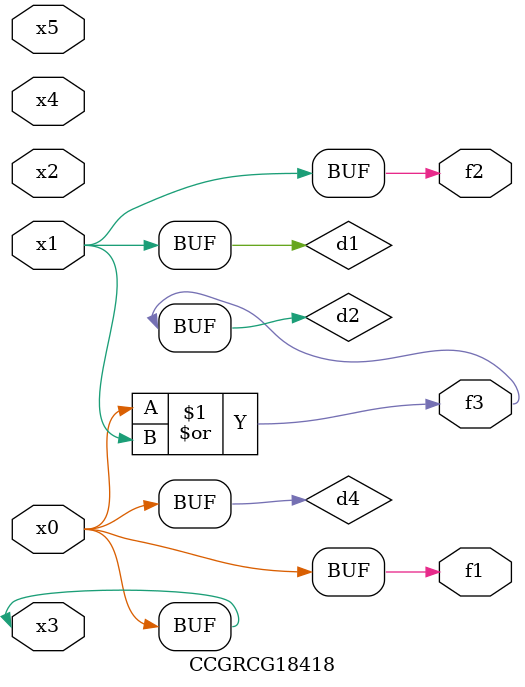
<source format=v>
module CCGRCG18418(
	input x0, x1, x2, x3, x4, x5,
	output f1, f2, f3
);

	wire d1, d2, d3, d4;

	and (d1, x1);
	or (d2, x0, x1);
	nand (d3, x0, x5);
	buf (d4, x0, x3);
	assign f1 = d4;
	assign f2 = d1;
	assign f3 = d2;
endmodule

</source>
